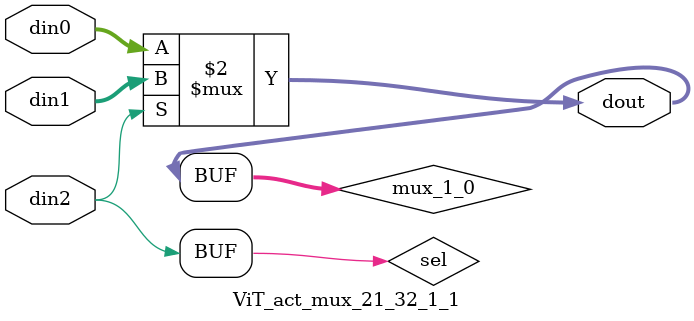
<source format=v>

`timescale 1ns/1ps

module ViT_act_mux_21_32_1_1 #(
parameter
    ID                = 0,
    NUM_STAGE         = 1,
    din0_WIDTH       = 32,
    din1_WIDTH       = 32,
    din2_WIDTH         = 32,
    dout_WIDTH            = 32
)(
    input  [31 : 0]     din0,
    input  [31 : 0]     din1,
    input  [0 : 0]    din2,
    output [31 : 0]   dout);

// puts internal signals
wire [0 : 0]     sel;
// level 1 signals
wire [31 : 0]         mux_1_0;

assign sel = din2;

// Generate level 1 logic
assign mux_1_0 = (sel[0] == 0)? din0 : din1;

// output logic
assign dout = mux_1_0;

endmodule

</source>
